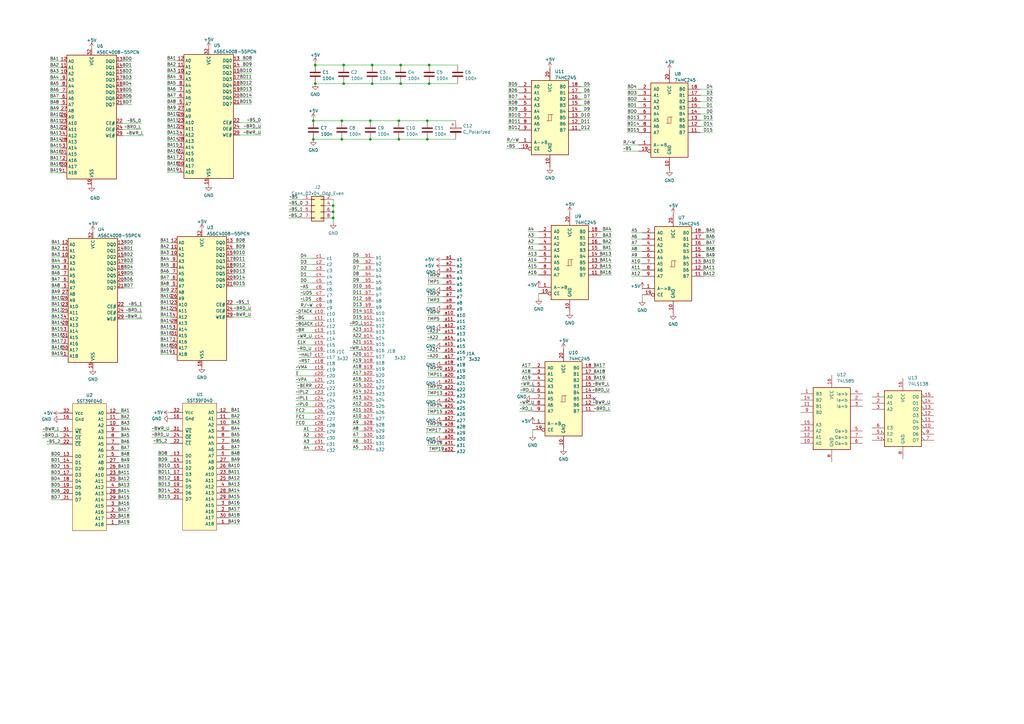
<source format=kicad_sch>
(kicad_sch (version 20211123) (generator eeschema)
  (paper "A3")
  (junction (at 151.892 57.15))
  (junction (at 128.524 49.53))
  (junction (at 164.338 34.29))
  (junction (at 140.208 49.53))
  (junction (at 176.022 34.29))
  (junction (at 140.97 34.29))
  (junction (at 163.576 49.53))
  (junction (at 140.208 57.15))
  (junction (at 136.652 86.868))
  (junction (at 163.576 57.15))
  (junction (at 129.286 26.67))
  (junction (at 128.524 57.15))
  (junction (at 176.022 26.67))
  (junction (at 151.892 49.53))
  (junction (at 152.654 34.29))
  (junction (at 164.338 26.67))
  (junction (at 175.26 57.15))
  (junction (at 140.97 26.67))
  (junction (at 136.652 84.328))
  (junction (at 129.286 34.29))
  (junction (at 175.26 49.53))
  (junction (at 136.652 89.408))
  (junction (at 152.654 26.67))
  (no_connect (at 243.84 163.576))
  (wire (pts (xy 121.285 174.498) (xy 128.27 174.498)))
  (wire (pts (xy 213.995 150.876) (xy 218.44 150.876)))
  (wire (pts (xy 72.898 42.672) (xy 68.453 42.672)))
  (wire (pts (xy 292.354 36.576) (xy 287.274 36.576)))
  (wire (pts (xy 70.104 130.048) (xy 65.659 130.048)))
  (wire (pts (xy 148.463 148.844) (xy 144.653 148.844)))
  (wire (pts (xy 48.768 177.038) (xy 53.213 177.038)))
  (wire (pts (xy 140.97 26.67) (xy 152.654 26.67)))
  (wire (pts (xy 175.26 167.386) (xy 181.61 167.386)))
  (wire (pts (xy 213.36 161.036) (xy 218.44 161.036)))
  (wire (pts (xy 213.106 166.116) (xy 218.44 166.116)))
  (wire (pts (xy 148.463 125.984) (xy 144.653 125.984)))
  (wire (pts (xy 98.298 24.892) (xy 103.378 24.892)))
  (wire (pts (xy 151.892 49.53) (xy 163.576 49.53)))
  (wire (pts (xy 72.898 29.972) (xy 68.453 29.972)))
  (wire (pts (xy 250.063 161.036) (xy 243.84 161.036)))
  (wire (pts (xy 69.85 186.944) (xy 64.77 186.944)))
  (wire (pts (xy 207.772 58.42) (xy 212.852 58.42)))
  (wire (pts (xy 95.504 104.648) (xy 100.584 104.648)))
  (wire (pts (xy 93.98 194.564) (xy 98.425 194.564)))
  (wire (pts (xy 50.292 53.086) (xy 57.912 53.086)))
  (wire (pts (xy 98.298 37.592) (xy 103.378 37.592)))
  (wire (pts (xy 175.26 129.286) (xy 181.61 129.286)))
  (wire (pts (xy 25.4 130.81) (xy 20.955 130.81)))
  (wire (pts (xy 243.84 155.956) (xy 248.285 155.956)))
  (wire (pts (xy 93.98 176.784) (xy 98.425 176.784)))
  (wire (pts (xy 292.354 41.656) (xy 287.274 41.656)))
  (wire (pts (xy 20.828 192.278) (xy 24.638 192.278)))
  (wire (pts (xy 148.463 131.064) (xy 144.653 131.064)))
  (wire (pts (xy 246.38 110.236) (xy 250.825 110.236)))
  (wire (pts (xy 72.898 57.912) (xy 68.453 57.912)))
  (wire (pts (xy 121.92 144.018) (xy 128.27 144.018)))
  (wire (pts (xy 246.38 100.076) (xy 250.825 100.076)))
  (wire (pts (xy 148.463 146.304) (xy 144.653 146.304)))
  (wire (pts (xy 175.895 185.166) (xy 181.61 185.166)))
  (wire (pts (xy 48.768 212.598) (xy 53.213 212.598)))
  (wire (pts (xy 175.26 154.686) (xy 181.61 154.686)))
  (wire (pts (xy 122.555 146.558) (xy 128.27 146.558)))
  (wire (pts (xy 288.798 95.504) (xy 293.243 95.504)))
  (wire (pts (xy 123.19 108.458) (xy 128.27 108.458)))
  (wire (pts (xy 48.768 194.818) (xy 53.213 194.818)))
  (wire (pts (xy 93.98 179.324) (xy 98.425 179.324)))
  (wire (pts (xy 20.828 202.438) (xy 24.638 202.438)))
  (wire (pts (xy 213.487 158.496) (xy 218.44 158.496)))
  (wire (pts (xy 121.285 161.798) (xy 128.27 161.798)))
  (wire (pts (xy 72.898 24.892) (xy 68.453 24.892)))
  (wire (pts (xy 25.4 120.65) (xy 20.955 120.65)))
  (wire (pts (xy 164.338 34.29) (xy 176.022 34.29)))
  (wire (pts (xy 123.19 110.998) (xy 128.27 110.998)))
  (wire (pts (xy 70.104 127.508) (xy 65.659 127.508)))
  (wire (pts (xy 121.285 151.638) (xy 128.27 151.638)))
  (wire (pts (xy 93.98 199.644) (xy 98.425 199.644)))
  (wire (pts (xy 70.104 117.348) (xy 65.659 117.348)))
  (wire (pts (xy 123.19 116.078) (xy 128.27 116.078)))
  (wire (pts (xy 24.892 32.766) (xy 20.447 32.766)))
  (wire (pts (xy 54.61 113.03) (xy 50.8 113.03)))
  (wire (pts (xy 48.768 215.138) (xy 53.213 215.138)))
  (wire (pts (xy 246.38 107.696) (xy 250.825 107.696)))
  (wire (pts (xy 129.286 26.67) (xy 140.97 26.67)))
  (wire (pts (xy 93.98 197.104) (xy 98.425 197.104)))
  (wire (pts (xy 50.8 128.27) (xy 58.42 128.27)))
  (wire (pts (xy 258.953 95.504) (xy 263.398 95.504)))
  (wire (pts (xy 118.618 81.788) (xy 123.952 81.788)))
  (wire (pts (xy 25.4 115.57) (xy 20.955 115.57)))
  (wire (pts (xy 148.463 138.684) (xy 144.653 138.684)))
  (wire (pts (xy 24.892 40.386) (xy 20.447 40.386)))
  (wire (pts (xy 98.298 40.132) (xy 103.378 40.132)))
  (wire (pts (xy 72.898 27.432) (xy 68.453 27.432)))
  (wire (pts (xy 292.354 39.116) (xy 287.274 39.116)))
  (wire (pts (xy 152.654 34.29) (xy 164.338 34.29)))
  (wire (pts (xy 216.535 97.536) (xy 220.98 97.536)))
  (wire (pts (xy 175.26 182.626) (xy 181.61 182.626)))
  (wire (pts (xy 136.652 86.868) (xy 136.652 84.328)))
  (wire (pts (xy 72.898 35.052) (xy 68.453 35.052)))
  (wire (pts (xy 257.302 44.196) (xy 261.874 44.196)))
  (wire (pts (xy 69.85 194.564) (xy 64.77 194.564)))
  (wire (pts (xy 93.98 181.864) (xy 98.425 181.864)))
  (wire (pts (xy 69.85 192.024) (xy 64.77 192.024)))
  (wire (pts (xy 213.106 168.656) (xy 218.44 168.656)))
  (wire (pts (xy 148.463 128.524) (xy 144.653 128.524)))
  (wire (pts (xy 121.285 164.338) (xy 128.27 164.338)))
  (wire (pts (xy 208.407 48.26) (xy 212.852 48.26)))
  (wire (pts (xy 212.852 40.64) (xy 208.407 40.64)))
  (wire (pts (xy 148.463 179.324) (xy 144.653 179.324)))
  (wire (pts (xy 148.463 105.664) (xy 144.653 105.664)))
  (wire (pts (xy 140.208 57.15) (xy 151.892 57.15)))
  (wire (pts (xy 20.828 189.738) (xy 24.638 189.738)))
  (wire (pts (xy 258.953 98.044) (xy 263.398 98.044)))
  (wire (pts (xy 257.302 39.116) (xy 261.874 39.116)))
  (wire (pts (xy 54.102 30.226) (xy 50.292 30.226)))
  (wire (pts (xy 175.26 144.526) (xy 181.61 144.526)))
  (wire (pts (xy 72.898 32.512) (xy 68.453 32.512)))
  (wire (pts (xy 176.022 34.29) (xy 187.706 34.29)))
  (wire (pts (xy 257.175 51.816) (xy 261.874 51.816)))
  (wire (pts (xy 98.298 55.372) (xy 107.188 55.372)))
  (wire (pts (xy 72.898 70.612) (xy 68.453 70.612)))
  (wire (pts (xy 174.625 177.546) (xy 181.61 177.546)))
  (wire (pts (xy 20.828 194.818) (xy 24.638 194.818)))
  (wire (pts (xy 258.953 105.664) (xy 263.398 105.664)))
  (wire (pts (xy 93.98 192.024) (xy 98.425 192.024)))
  (wire (pts (xy 258.953 110.744) (xy 263.398 110.744)))
  (wire (pts (xy 24.892 45.466) (xy 20.447 45.466)))
  (wire (pts (xy 121.92 159.258) (xy 128.27 159.258)))
  (wire (pts (xy 175.26 131.826) (xy 181.61 131.826)))
  (wire (pts (xy 50.292 55.626) (xy 58.928 55.626)))
  (wire (pts (xy 70.104 104.648) (xy 65.659 104.648)))
  (wire (pts (xy 148.463 164.084) (xy 144.653 164.084)))
  (wire (pts (xy 128.27 179.578) (xy 124.46 179.578)))
  (wire (pts (xy 72.898 45.212) (xy 68.453 45.212)))
  (wire (pts (xy 292.354 54.356) (xy 287.274 54.356)))
  (wire (pts (xy 148.463 159.004) (xy 144.653 159.004)))
  (wire (pts (xy 72.898 62.992) (xy 68.453 62.992)))
  (wire (pts (xy 70.104 124.968) (xy 65.659 124.968)))
  (wire (pts (xy 258.953 113.284) (xy 263.398 113.284)))
  (wire (pts (xy 93.98 209.804) (xy 98.425 209.804)))
  (wire (pts (xy 136.652 89.408) (xy 136.652 86.868)))
  (wire (pts (xy 242.062 40.64) (xy 238.252 40.64)))
  (wire (pts (xy 148.463 171.704) (xy 144.653 171.704)))
  (wire (pts (xy 98.298 35.052) (xy 103.378 35.052)))
  (wire (pts (xy 121.285 136.398) (xy 128.27 136.398)))
  (wire (pts (xy 70.104 109.728) (xy 65.659 109.728)))
  (wire (pts (xy 128.524 57.15) (xy 140.208 57.15)))
  (wire (pts (xy 128.27 177.038) (xy 124.46 177.038)))
  (wire (pts (xy 220.98 120.396) (xy 220.98 122.301)))
  (wire (pts (xy 48.768 202.438) (xy 53.213 202.438)))
  (wire (pts (xy 128.27 184.658) (xy 124.46 184.658)))
  (wire (pts (xy 246.38 94.996) (xy 250.825 94.996)))
  (wire (pts (xy 48.768 189.738) (xy 53.213 189.738)))
  (wire (pts (xy 98.298 29.972) (xy 103.378 29.972)))
  (wire (pts (xy 25.4 102.87) (xy 20.955 102.87)))
  (wire (pts (xy 121.285 133.858) (xy 128.27 133.858)))
  (wire (pts (xy 123.19 126.238) (xy 128.27 126.238)))
  (wire (pts (xy 70.104 142.748) (xy 65.659 142.748)))
  (wire (pts (xy 208.407 43.18) (xy 212.852 43.18)))
  (wire (pts (xy 208.407 50.8) (xy 212.852 50.8)))
  (wire (pts (xy 121.285 171.958) (xy 128.27 171.958)))
  (wire (pts (xy 148.463 166.624) (xy 144.653 166.624)))
  (wire (pts (xy 48.768 207.518) (xy 53.213 207.518)))
  (wire (pts (xy 257.302 46.736) (xy 261.874 46.736)))
  (wire (pts (xy 250.444 168.656) (xy 243.84 168.656)))
  (wire (pts (xy 24.892 65.786) (xy 20.447 65.786)))
  (wire (pts (xy 54.61 110.49) (xy 50.8 110.49)))
  (wire (pts (xy 242.062 53.34) (xy 238.252 53.34)))
  (wire (pts (xy 208.407 45.72) (xy 212.852 45.72)))
  (wire (pts (xy 48.768 182.118) (xy 53.213 182.118)))
  (wire (pts (xy 93.98 214.884) (xy 98.425 214.884)))
  (wire (pts (xy 25.4 138.43) (xy 20.955 138.43)))
  (wire (pts (xy 72.898 68.072) (xy 68.453 68.072)))
  (wire (pts (xy 175.26 121.666) (xy 181.61 121.666)))
  (wire (pts (xy 24.892 25.146) (xy 20.447 25.146)))
  (wire (pts (xy 93.98 184.404) (xy 98.425 184.404)))
  (wire (pts (xy 54.102 27.686) (xy 50.292 27.686)))
  (wire (pts (xy 216.535 105.156) (xy 220.98 105.156)))
  (wire (pts (xy 148.463 176.784) (xy 144.653 176.784)))
  (wire (pts (xy 148.463 115.824) (xy 144.653 115.824)))
  (wire (pts (xy 288.798 105.664) (xy 293.243 105.664)))
  (wire (pts (xy 98.298 32.512) (xy 103.378 32.512)))
  (wire (pts (xy 50.8 125.73) (xy 58.42 125.73)))
  (wire (pts (xy 17.399 179.578) (xy 24.638 179.578)))
  (wire (pts (xy 95.504 109.728) (xy 100.584 109.728)))
  (wire (pts (xy 216.535 112.776) (xy 220.98 112.776)))
  (wire (pts (xy 95.504 102.108) (xy 100.584 102.108)))
  (wire (pts (xy 292.354 44.196) (xy 287.274 44.196)))
  (wire (pts (xy 213.995 155.956) (xy 218.44 155.956)))
  (wire (pts (xy 54.61 118.11) (xy 50.8 118.11)))
  (wire (pts (xy 24.892 70.866) (xy 20.447 70.866)))
  (wire (pts (xy 242.062 38.1) (xy 238.252 38.1)))
  (wire (pts (xy 175.26 49.53) (xy 186.944 49.53)))
  (wire (pts (xy 288.798 113.284) (xy 293.243 113.284)))
  (wire (pts (xy 263.398 120.904) (xy 263.398 122.809)))
  (wire (pts (xy 128.524 49.53) (xy 140.208 49.53)))
  (wire (pts (xy 72.898 52.832) (xy 68.453 52.832)))
  (wire (pts (xy 25.4 110.49) (xy 20.955 110.49)))
  (wire (pts (xy 121.285 131.318) (xy 128.27 131.318)))
  (wire (pts (xy 122.555 149.098) (xy 128.27 149.098)))
  (wire (pts (xy 98.298 50.292) (xy 107.061 50.292)))
  (wire (pts (xy 93.98 169.164) (xy 98.425 169.164)))
  (wire (pts (xy 72.898 55.372) (xy 68.453 55.372)))
  (wire (pts (xy 69.85 197.104) (xy 64.77 197.104)))
  (wire (pts (xy 48.768 199.898) (xy 53.213 199.898)))
  (wire (pts (xy 20.828 199.898) (xy 24.638 199.898)))
  (wire (pts (xy 175.26 175.006) (xy 181.61 175.006)))
  (wire (pts (xy 257.175 49.276) (xy 261.874 49.276)))
  (wire (pts (xy 292.354 49.276) (xy 287.274 49.276)))
  (wire (pts (xy 143.383 143.764) (xy 148.463 143.764)))
  (wire (pts (xy 103.378 42.672) (xy 98.298 42.672)))
  (wire (pts (xy 54.102 35.306) (xy 50.292 35.306)))
  (wire (pts (xy 164.338 26.67) (xy 176.022 26.67)))
  (wire (pts (xy 70.104 137.668) (xy 65.659 137.668)))
  (wire (pts (xy 121.285 154.178) (xy 128.27 154.178)))
  (wire (pts (xy 257.175 54.356) (xy 261.874 54.356)))
  (wire (pts (xy 48.768 187.198) (xy 53.213 187.198)))
  (wire (pts (xy 148.463 136.144) (xy 144.653 136.144)))
  (wire (pts (xy 175.26 162.306) (xy 181.61 162.306)))
  (wire (pts (xy 20.828 197.358) (xy 24.638 197.358)))
  (wire (pts (xy 246.38 112.776) (xy 250.825 112.776)))
  (wire (pts (xy 24.892 42.926) (xy 20.447 42.926)))
  (wire (pts (xy 143.383 133.604) (xy 148.463 133.604)))
  (wire (pts (xy 25.4 146.05) (xy 20.955 146.05)))
  (wire (pts (xy 24.892 50.546) (xy 20.447 50.546)))
  (wire (pts (xy 216.535 102.616) (xy 220.98 102.616)))
  (wire (pts (xy 163.576 49.53) (xy 175.26 49.53)))
  (wire (pts (xy 72.898 50.292) (xy 68.453 50.292)))
  (wire (pts (xy 25.4 118.11) (xy 20.955 118.11)))
  (wire (pts (xy 148.463 156.464) (xy 144.653 156.464)))
  (wire (pts (xy 246.38 105.156) (xy 250.825 105.156)))
  (wire (pts (xy 212.852 38.1) (xy 208.407 38.1)))
  (wire (pts (xy 72.898 47.752) (xy 68.453 47.752)))
  (wire (pts (xy 93.98 186.944) (xy 98.425 186.944)))
  (wire (pts (xy 242.062 50.8) (xy 238.252 50.8)))
  (wire (pts (xy 175.26 124.206) (xy 181.61 124.206)))
  (wire (pts (xy 176.022 26.67) (xy 187.706 26.67)))
  (wire (pts (xy 93.98 189.484) (xy 98.425 189.484)))
  (wire (pts (xy 70.104 102.108) (xy 65.659 102.108)))
  (wire (pts (xy 69.85 176.784) (xy 62.23 176.784)))
  (wire (pts (xy 136.652 84.328) (xy 136.652 81.788)))
  (wire (pts (xy 128.524 49.022) (xy 128.524 49.53)))
  (wire (pts (xy 121.285 128.778) (xy 128.27 128.778)))
  (wire (pts (xy 123.19 118.618) (xy 128.27 118.618)))
  (wire (pts (xy 25.4 123.19) (xy 20.955 123.19)))
  (wire (pts (xy 24.892 30.226) (xy 20.447 30.226)))
  (wire (pts (xy 17.399 177.038) (xy 24.638 177.038)))
  (wire (pts (xy 24.892 68.326) (xy 20.447 68.326)))
  (wire (pts (xy 25.4 143.51) (xy 20.955 143.51)))
  (wire (pts (xy 250.444 166.116) (xy 243.84 166.116)))
  (wire (pts (xy 70.104 140.208) (xy 65.659 140.208)))
  (wire (pts (xy 93.98 212.344) (xy 98.425 212.344)))
  (wire (pts (xy 93.98 202.184) (xy 98.425 202.184)))
  (wire (pts (xy 95.504 107.188) (xy 100.584 107.188)))
  (wire (pts (xy 54.102 37.846) (xy 50.292 37.846)))
  (wire (pts (xy 148.463 151.384) (xy 144.653 151.384)))
  (wire (pts (xy 24.892 27.686) (xy 20.447 27.686)))
  (wire (pts (xy 48.768 210.058) (xy 53.213 210.058)))
  (wire (pts (xy 69.85 204.724) (xy 64.77 204.724)))
  (wire (pts (xy 54.102 32.766) (xy 50.292 32.766)))
  (wire (pts (xy 243.84 153.416) (xy 248.285 153.416)))
  (wire (pts (xy 20.828 187.198) (xy 24.638 187.198)))
  (wire (pts (xy 48.768 174.498) (xy 53.213 174.498)))
  (wire (pts (xy 25.4 135.89) (xy 20.955 135.89)))
  (wire (pts (xy 292.354 46.736) (xy 287.274 46.736)))
  (wire (pts (xy 148.463 113.284) (xy 144.653 113.284)))
  (wire (pts (xy 69.85 189.484) (xy 64.77 189.484)))
  (wire (pts (xy 48.768 204.978) (xy 53.213 204.978)))
  (wire (pts (xy 25.4 125.73) (xy 20.955 125.73)))
  (wire (pts (xy 148.463 123.444) (xy 144.653 123.444)))
  (wire (pts (xy 50.292 50.546) (xy 57.912 50.546)))
  (wire (pts (xy 129.286 26.162) (xy 129.286 26.67)))
  (wire (pts (xy 175.26 159.766) (xy 181.61 159.766)))
  (wire (pts (xy 288.798 98.044) (xy 293.243 98.044)))
  (wire (pts (xy 175.26 152.146) (xy 181.61 152.146)))
  (wire (pts (xy 121.285 166.878) (xy 128.27 166.878)))
  (wire (pts (xy 288.798 100.584) (xy 293.243 100.584)))
  (wire (pts (xy 54.102 25.146) (xy 50.292 25.146)))
  (wire (pts (xy 258.953 100.584) (xy 263.398 100.584)))
  (wire (pts (xy 93.98 171.704) (xy 98.425 171.704)))
  (wire (pts (xy 25.4 100.33) (xy 20.955 100.33)))
  (wire (pts (xy 288.798 108.204) (xy 293.243 108.204)))
  (wire (pts (xy 70.104 122.428) (xy 65.659 122.428)))
  (wire (pts (xy 288.798 110.744) (xy 293.243 110.744)))
  (wire (pts (xy 148.463 181.864) (xy 144.653 181.864)))
  (wire (pts (xy 163.576 57.15) (xy 175.26 57.15)))
  (wire (pts (xy 98.298 52.832) (xy 107.188 52.832)))
  (wire (pts (xy 19.05 182.118) (xy 24.638 182.118)))
  (wire (pts (xy 24.892 53.086) (xy 20.447 53.086)))
  (wire (pts (xy 148.463 184.404) (xy 144.653 184.404)))
  (wire (pts (xy 25.4 113.03) (xy 20.955 113.03)))
  (wire (pts (xy 50.8 130.81) (xy 58.42 130.81)))
  (wire (pts (xy 121.92 141.478) (xy 128.27 141.478)))
  (wire (pts (xy 54.102 40.386) (xy 50.292 40.386)))
  (wire (pts (xy 48.768 192.278) (xy 53.213 192.278)))
  (wire (pts (xy 148.463 169.164) (xy 144.653 169.164)))
  (wire (pts (xy 93.98 207.264) (xy 98.425 207.264)))
  (wire (pts (xy 121.92 138.938) (xy 128.27 138.938)))
  (wire (pts (xy 216.535 110.236) (xy 220.98 110.236)))
  (wire (pts (xy 70.104 99.568) (xy 65.659 99.568)))
  (wire (pts (xy 152.654 26.67) (xy 164.338 26.67)))
  (wire (pts (xy 140.208 49.53) (xy 151.892 49.53)))
  (wire (pts (xy 216.535 107.696) (xy 220.98 107.696)))
  (wire (pts (xy 25.4 107.95) (xy 20.955 107.95)))
  (wire (pts (xy 175.26 169.926) (xy 181.61 169.926)))
  (wire (pts (xy 118.491 86.868) (xy 123.952 86.868)))
  (wire (pts (xy 48.768 179.578) (xy 53.213 179.578)))
  (wire (pts (xy 24.892 58.166) (xy 20.447 58.166)))
  (wire (pts (xy 148.463 108.204) (xy 144.653 108.204)))
  (wire (pts (xy 121.285 169.418) (xy 128.27 169.418)))
  (wire (pts (xy 24.892 37.846) (xy 20.447 37.846)))
  (wire (pts (xy 70.104 135.128) (xy 65.659 135.128)))
  (wire (pts (xy 95.504 127.508) (xy 103.124 127.508)))
  (wire (pts (xy 25.4 140.97) (xy 20.955 140.97)))
  (wire (pts (xy 25.4 105.41) (xy 20.955 105.41)))
  (wire (pts (xy 216.535 100.076) (xy 220.98 100.076)))
  (wire (pts (xy 24.892 63.246) (xy 20.447 63.246)))
  (wire (pts (xy 25.4 128.27) (xy 20.955 128.27)))
  (wire (pts (xy 69.85 179.324) (xy 62.23 179.324)))
  (wire (pts (xy 136.652 91.186) (xy 136.652 89.408)))
  (wire (pts (xy 213.995 153.416) (xy 218.44 153.416)))
  (wire (pts (xy 69.85 199.644) (xy 64.77 199.644)))
  (wire (pts (xy 72.898 37.592) (xy 68.453 37.592)))
  (wire (pts (xy 255.524 61.976) (xy 261.874 61.976)))
  (wire (pts (xy 98.298 27.432) (xy 103.378 27.432)))
  (wire (pts (xy 70.104 119.888) (xy 65.659 119.888)))
  (wire (pts (xy 151.892 57.15) (xy 163.576 57.15)))
  (wire (pts (xy 118.364 89.408) (xy 123.952 89.408)))
  (wire (pts (xy 123.19 105.918) (xy 128.27 105.918)))
  (wire (pts (xy 246.38 102.616) (xy 250.825 102.616)))
  (wire (pts (xy 148.463 161.544) (xy 144.653 161.544)))
  (wire (pts (xy 70.104 132.588) (xy 65.659 132.588)))
  (wire (pts (xy 70.104 112.268) (xy 65.659 112.268)))
  (wire (pts (xy 148.463 174.244) (xy 144.653 174.244)))
  (wire (pts (xy 129.286 34.29) (xy 140.97 34.29)))
  (wire (pts (xy 250.063 158.496) (xy 243.84 158.496)))
  (wire (pts (xy 118.491 84.328) (xy 123.952 84.328)))
  (wire (pts (xy 128.27 182.118) (xy 124.46 182.118)))
  (wire (pts (xy 218.44 176.276) (xy 218.44 178.181)))
  (wire (pts (xy 292.354 51.816) (xy 287.274 51.816)))
  (wire (pts (xy 246.38 97.536) (xy 250.825 97.536)))
  (wire (pts (xy 72.898 65.532) (xy 68.453 65.532)))
  (wire (pts (xy 20.828 204.978) (xy 24.638 204.978)))
  (wire (pts (xy 93.98 174.244) (xy 98.425 174.244)))
  (wire (pts (xy 24.892 60.706) (xy 20.447 60.706)))
  (wire (pts (xy 258.953 103.124) (xy 263.398 103.124)))
  (wire (pts (xy 175.26 139.446) (xy 181.61 139.446)))
  (wire (pts (xy 255.524 59.436) (xy 261.874 59.436)))
  (wire (pts (xy 54.61 100.33) (xy 50.8 100.33)))
  (wire (pts (xy 242.062 48.26) (xy 238.252 48.26)))
  (wire (pts (xy 121.285 156.718) (xy 128.27 156.718)))
  (wire (pts (xy 175.26 114.046) (xy 181.61 114.046)))
  (wire (pts (xy 257.302 41.656) (xy 261.874 41.656)))
  (wire (pts (xy 48.768 171.958) (xy 53.213 171.958)))
  (wire (pts (xy 148.463 141.224) (xy 144.653 141.224)))
  (wire (pts (xy 54.61 107.95) (xy 50.8 107.95)))
  (wire (pts (xy 242.062 43.18) (xy 238.252 43.18)))
  (wire (pts (xy 69.85 181.864) (xy 62.865 181.864)))
  (wire (pts (xy 216.535 94.996) (xy 220.98 94.996)))
  (wire (pts (xy 257.302 36.576) (xy 261.874 36.576)))
  (wire (pts (xy 212.852 35.56) (xy 208.407 35.56)))
  (wire (pts (xy 242.062 35.56) (xy 238.252 35.56)))
  (wire (pts (xy 95.504 114.808) (xy 100.584 114.808)))
  (wire (pts (xy 148.463 110.744) (xy 144.653 110.744)))
  (wire (pts (xy 48.768 197.358) (xy 53.213 197.358)))
  (wire (pts (xy 175.26 116.586) (xy 181.61 116.586)))
  (wire (pts (xy 123.19 123.698) (xy 128.27 123.698)))
  (wire (pts (xy 258.953 108.204) (xy 263.398 108.204)))
  (wire (pts (xy 54.61 115.57) (xy 50.8 115.57)))
  (wire (pts (xy 54.61 102.87) (xy 50.8 102.87)))
  (wire (pts (xy 243.84 150.876) (xy 248.285 150.876)))
  (wire (pts (xy 95.504 112.268) (xy 100.584 112.268)))
  (wire (pts (xy 54.61 105.41) (xy 50.8 105.41)))
  (wire (pts (xy 24.892 55.626) (xy 20.447 55.626)))
  (wire (pts (xy 95.504 117.348) (xy 100.584 117.348)))
  (wire (pts (xy 48.768 169.418) (xy 53.213 169.418)))
  (wire (pts (xy 123.19 113.538) (xy 128.27 113.538)))
  (wire (pts (xy 69.85 202.184) (xy 64.77 202.184)))
  (wire (pts (xy 207.772 60.96) (xy 212.852 60.96)))
  (wire (pts (xy 95.504 99.568) (xy 100.584 99.568)))
  (wire (pts (xy 242.062 45.72) (xy 238.252 45.72)))
  (wire (pts (xy 288.798 103.124) (xy 293.243 103.124)))
  (wire (pts (xy 95.504 130.048) (xy 103.124 130.048)))
  (wire (pts (xy 148.463 118.364) (xy 144.653 118.364)))
  (wire (pts (xy 72.898 40.132) (xy 68.453 40.132)))
  (wire (pts (xy 70.104 107.188) (xy 65.659 107.188)))
  (wire (pts (xy 175.26 57.15) (xy 186.944 57.15)))
  (wire (pts (xy 175.26 147.066) (xy 181.61 147.066)))
  (wire (pts (xy 48.768 184.658) (xy 53.213 184.658)))
  (wire (pts (xy 148.463 120.904) (xy 144.653 120.904)))
  (wire (pts (xy 70.104 114.808) (xy 65.659 114.808)))
  (wire (pts (xy 123.19 121.158) (xy 128.27 121.158)))
  (wire (pts (xy 24.892 48.006) (xy 20.447 48.006)))
  (wire (pts (xy 54.102 42.926) (xy 50.292 42.926)))
  (wire (pts (xy 208.407 53.34) (xy 212.852 53.34)))
  (wire (pts (xy 93.98 204.724) (xy 98.425 204.724)))
  (wire (pts (xy 70.104 145.288) (xy 65.659 145.288)))
  (wire (pts (xy 148.463 153.924) (xy 144.653 153.924)))
  (wire (pts (xy 72.898 60.452) (xy 68.453 60.452)))
  (wire (pts (xy 25.4 133.35) (xy 20.955 133.35)))
  (wire (pts (xy 140.97 34.29) (xy 152.654 34.29)))
  (wire (pts (xy 175.26 136.906) (xy 181.61 136.906)))
  (wire (pts (xy 95.504 124.968) (xy 102.489 124.968)))
  (wire (pts (xy 24.892 35.306) (xy 20.447 35.306)))
  (label "A23" (at 144.653 136.144 0))
  (label "~LDS" (at 123.19 123.698 0))
  (label "~BS" (at 255.524 61.976 0))
  (label "BA10" (at 293.243 108.204 180))
  (label "D0" (at 123.19 116.078 0))
  (label "BA15" (at 65.659 135.128 0))
  (label "A11" (at 144.653 169.164 0))
  (label "TMP17" (at 174.625 177.546 0))
  (label "BD10" (at 103.378 29.972 180))
  (label "BD11" (at 64.77 194.564 0))
  (label "A9" (at 144.653 174.244 0))
  (label "BD13" (at 257.175 49.276 0))
  (label "D8" (at 144.653 113.284 0))
  (label "BD12" (at 208.407 53.34 0))
  (label "D9" (at 144.653 115.824 0))
  (label "BA19" (at 20.955 146.05 0))
  (label "A7" (at 144.653 179.324 0))
  (label "BA10" (at 98.425 192.024 180))
  (label "BA6" (at 20.955 113.03 0))
  (label "~BRD_L" (at 58.42 128.27 180))
  (label "A22" (at 144.653 138.684 0))
  (label "BA1" (at 250.825 102.616 180))
  (label "BA19" (at 20.447 70.866 0))
  (label "BA16" (at 250.825 112.776 180))
  (label "BA15" (at 20.447 60.706 0))
  (label "BD7" (at 20.828 204.978 0))
  (label "BA6" (at 20.447 37.846 0))
  (label "BA18" (at 248.285 153.416 180))
  (label "A2" (at 216.535 100.076 0))
  (label "~RD_L" (at 143.383 133.604 0))
  (label "~BWR_U" (at 103.124 130.048 180))
  (label "BA13" (at 53.213 199.898 180))
  (label "A17" (at 144.653 153.924 0))
  (label "BA5" (at 68.453 35.052 0))
  (label "R{slash}~W" (at 255.524 59.436 0))
  (label "A5" (at 144.653 184.404 0))
  (label "BA7" (at 68.453 40.132 0))
  (label "BA3" (at 20.955 105.41 0))
  (label "TMP14" (at 175.26 167.386 0))
  (label "A3" (at 124.46 182.118 0))
  (label "BA9" (at 53.213 189.738 180))
  (label "BA3" (at 20.447 30.226 0))
  (label "BA4" (at 98.425 176.784 180))
  (label "BA10" (at 20.955 123.19 0))
  (label "A21" (at 144.653 141.224 0))
  (label "BA13" (at 65.659 130.048 0))
  (label "BA14" (at 250.825 107.696 180))
  (label "~WR_L" (at 213.487 158.496 0))
  (label "BA19" (at 98.425 214.884 180))
  (label "BA13" (at 250.825 105.156 180))
  (label "A8" (at 258.953 103.124 0))
  (label "BD10" (at 100.584 104.648 180))
  (label "TMP0" (at 175.26 114.046 0))
  (label "BA19" (at 248.285 155.956 180))
  (label "BA17" (at 65.659 140.208 0))
  (label "BA18" (at 53.213 212.598 180))
  (label "~BS_0" (at 107.061 50.292 180))
  (label "~WR_U" (at 213.106 166.116 0))
  (label "BA3" (at 98.425 174.244 180))
  (label "BD1" (at 54.61 102.87 180))
  (label "TMP16" (at 175.26 175.006 0))
  (label "D6" (at 144.653 108.204 0))
  (label "BD0" (at 257.302 46.736 0))
  (label "CLK" (at 121.92 141.478 0))
  (label "BD15" (at 103.378 42.672 180))
  (label "BD4" (at 54.61 110.49 180))
  (label "BA13" (at 68.453 55.372 0))
  (label "BA18" (at 68.453 68.072 0))
  (label "~BWR_L" (at 250.063 158.496 180))
  (label "BD4" (at 20.828 197.358 0))
  (label "BA3" (at 65.659 104.648 0))
  (label "BD12" (at 103.378 35.052 180))
  (label "BA1" (at 68.453 24.892 0))
  (label "BA11" (at 20.955 125.73 0))
  (label "BD6" (at 208.407 38.1 0))
  (label "BD10" (at 64.77 192.024 0))
  (label "BD5" (at 20.828 199.898 0))
  (label "BA14" (at 20.447 58.166 0))
  (label "A10" (at 144.653 171.704 0))
  (label "BA8" (at 20.955 118.11 0))
  (label "BA1" (at 20.447 25.146 0))
  (label "D4" (at 123.19 105.918 0))
  (label "BA9" (at 20.955 120.65 0))
  (label "~BRD_U" (at 62.23 179.324 0))
  (label "A14" (at 216.535 107.696 0))
  (label "BD8" (at 64.77 186.944 0))
  (label "BA12" (at 65.659 127.508 0))
  (label "A19" (at 144.653 148.844 0))
  (label "BA17" (at 53.213 210.058 180))
  (label "FC2" (at 121.285 169.418 0))
  (label "A12" (at 144.653 166.624 0))
  (label "BA19" (at 65.659 145.288 0))
  (label "BD14" (at 100.584 114.808 180))
  (label "A5" (at 258.953 95.504 0))
  (label "BD5" (at 54.102 37.846 180))
  (label "BA5" (at 65.659 109.728 0))
  (label "BA12" (at 20.955 128.27 0))
  (label "~IPL0" (at 121.285 166.878 0))
  (label "BA11" (at 20.447 50.546 0))
  (label "D6" (at 242.062 38.1 180))
  (label "BD0" (at 20.828 187.198 0))
  (label "~BWR_U" (at 107.188 55.372 180))
  (label "BD11" (at 208.407 50.8 0))
  (label "BA18" (at 20.955 143.51 0))
  (label "D0" (at 292.354 46.736 180))
  (label "D12" (at 144.653 123.444 0))
  (label "BA2" (at 68.453 27.432 0))
  (label "BA7" (at 293.243 100.584 180))
  (label "D1" (at 123.19 113.538 0))
  (label "BA11" (at 65.659 124.968 0))
  (label "BA5" (at 20.955 110.49 0))
  (label "BD0" (at 54.61 100.33 180))
  (label "BA1" (at 20.955 100.33 0))
  (label "FC0" (at 121.285 174.498 0))
  (label "~BWR_L" (at 17.399 177.038 0))
  (label "BA18" (at 20.447 68.326 0))
  (label "BA16" (at 20.955 138.43 0))
  (label "BD14" (at 64.77 202.184 0))
  (label "A17" (at 213.995 150.876 0))
  (label "A1" (at 216.535 102.616 0))
  (label "TMP13" (at 175.26 162.306 0))
  (label "~BS_0" (at 118.491 84.328 0))
  (label "D12" (at 242.062 53.34 180))
  (label "BA3" (at 68.453 29.972 0))
  (label "D1" (at 292.354 44.196 180))
  (label "~VPA" (at 121.285 156.718 0))
  (label "BD3" (at 54.61 107.95 180))
  (label "FC1" (at 121.285 171.958 0))
  (label "BA17" (at 68.453 65.532 0))
  (label "BD14" (at 257.175 51.816 0))
  (label "TMP19" (at 175.895 185.166 0))
  (label "~BR" (at 121.285 136.398 0))
  (label "BD9" (at 100.584 102.108 180))
  (label "D10" (at 242.062 48.26 180))
  (label "BA5" (at 20.447 35.306 0))
  (label "BA12" (at 293.243 113.284 180))
  (label "BD13" (at 100.584 112.268 180))
  (label "R{slash}~W" (at 123.19 126.238 0))
  (label "BA4" (at 65.659 107.188 0))
  (label "A20" (at 144.653 146.304 0))
  (label "BA4" (at 20.955 107.95 0))
  (label "BD9" (at 64.77 189.484 0))
  (label "A15" (at 216.535 110.236 0))
  (label "BA7" (at 98.425 184.404 180))
  (label "D5" (at 144.653 105.664 0))
  (label "A18" (at 144.653 151.384 0))
  (label "BA4" (at 250.825 94.996 180))
  (label "BA7" (at 20.955 115.57 0))
  (label "BA14" (at 65.659 132.588 0))
  (label "D13" (at 292.354 49.276 180))
  (label "BA12" (at 68.453 52.832 0))
  (label "A1" (at 124.46 177.038 0))
  (label "A16" (at 216.535 112.776 0))
  (label "~BRD_L" (at 17.399 179.578 0))
  (label "BA9" (at 98.425 189.484 180))
  (label "~BS_0" (at 57.912 50.546 180))
  (label "~BRD_U" (at 107.188 52.832 180))
  (label "BD5" (at 54.61 113.03 180))
  (label "A4" (at 216.535 94.996 0))
  (label "BD7" (at 54.61 118.11 180))
  (label "~BGACK" (at 121.285 133.858 0))
  (label "BA14" (at 98.425 202.184 180))
  (label "~BRD_L" (at 57.912 53.086 180))
  (label "A6" (at 144.653 181.864 0))
  (label "BD6" (at 20.828 202.438 0))
  (label "~BS_2" (at 118.364 89.408 0))
  (label "R{slash}~W" (at 207.772 58.42 0))
  (label "BA10" (at 65.659 122.428 0))
  (label "BD0" (at 54.102 25.146 180))
  (label "BD10" (at 208.407 48.26 0))
  (label "BA9" (at 293.243 105.664 180))
  (label "BD2" (at 20.828 192.278 0))
  (label "BD4" (at 54.102 35.306 180))
  (label "BD4" (at 257.302 36.576 0))
  (label "BD3" (at 54.102 32.766 180))
  (label "BA17" (at 20.955 140.97 0))
  (label "D14" (at 292.354 51.816 180))
  (label "A4" (at 124.46 184.658 0))
  (label "D3" (at 123.19 108.458 0))
  (label "~BWR_U" (at 250.444 166.116 180))
  (label "BA16" (at 53.213 207.518 180))
  (label "D10" (at 144.653 118.364 0))
  (label "BA6" (at 53.213 182.118 180))
  (label "BD12" (at 100.584 109.728 180))
  (label "~BS" (at 207.772 60.96 0))
  (label "BA14" (at 20.955 133.35 0))
  (label "D14" (at 144.653 128.524 0))
  (label "A9" (at 258.953 105.664 0))
  (label "BA15" (at 53.213 204.978 180))
  (label "A15" (at 144.653 159.004 0))
  (label "BD8" (at 103.378 24.892 180))
  (label "BA6" (at 65.659 112.268 0))
  (label "A14" (at 144.653 161.544 0))
  (label "~A20" (at 175.26 147.066 0))
  (label "BA7" (at 65.659 114.808 0))
  (label "~VMA" (at 121.285 151.638 0))
  (label "~BG" (at 121.285 131.318 0))
  (label "BD15" (at 64.77 204.724 0))
  (label "TMP1" (at 175.26 116.586 0))
  (label "D13" (at 144.653 125.984 0))
  (label "~A23" (at 175.26 136.906 0))
  (label "BA11" (at 98.425 194.564 180))
  (label "BA7" (at 53.213 184.658 180))
  (label "~BERR" (at 121.92 159.258 0))
  (label "BA11" (at 68.453 50.292 0))
  (label "BA10" (at 20.447 48.006 0))
  (label "BD14" (at 103.378 40.132 180))
  (label "A8" (at 144.653 176.784 0))
  (label "BD5" (at 208.407 35.56 0))
  (label "BA5" (at 98.425 179.324 180))
  (label "BD9" (at 208.407 45.72 0))
  (label "~DTACK" (at 121.285 128.778 0))
  (label "~BRD_L" (at 250.444 168.656 180))
  (label "BA9" (at 68.453 45.212 0))
  (label "~BS_1" (at 118.491 86.868 0))
  (label "BA18" (at 98.425 212.344 180))
  (label "BA5" (at 293.243 95.504 180))
  (label "D15" (at 292.354 54.356 180))
  (label "BA2" (at 98.425 171.704 180))
  (label "BA14" (at 53.213 202.438 180))
  (label "BA5" (at 53.213 179.578 180))
  (label "D15" (at 144.653 131.064 0))
  (label "BA6" (at 293.243 98.044 180))
  (label "BA16" (at 65.659 137.668 0))
  (label "BD6" (at 54.102 40.386 180))
  (label "BA8" (at 98.425 186.944 180))
  (label "~BWR_L" (at 58.42 130.81 180))
  (label "BD11" (at 103.378 32.512 180))
  (label "~BS_2" (at 62.865 181.864 0))
  (label "BD2" (at 54.102 30.226 180))
  (label "~UDS" (at 123.19 121.158 0))
  (label "BA2" (at 20.955 102.87 0))
  (label "TMP15" (at 175.26 169.926 0))
  (label "TMP11" (at 175.26 154.686 0))
  (label "BA12" (at 20.447 53.086 0))
  (label "BA1" (at 65.659 99.568 0))
  (label "BA15" (at 250.825 110.236 180))
  (label "BA1" (at 53.213 169.418 180))
  (label "D2" (at 123.19 110.998 0))
  (label "D11" (at 144.653 120.904 0))
  (label "~BWR_L" (at 58.928 55.626 180))
  (label "A3" (at 216.535 97.536 0))
  (label "A7" (at 258.953 100.584 0))
  (label "BA7" (at 20.447 40.386 0))
  (label "BD12" (at 64.77 197.104 0))
  (label "BA2" (at 65.659 102.108 0))
  (label "BA10" (at 68.453 47.752 0))
  (label "BD8" (at 100.584 99.568 180))
  (label "BD1" (at 54.102 27.686 180))
  (label "~AS" (at 123.19 118.618 0))
  (label "D8" (at 242.062 43.18 180))
  (label "BA12" (at 98.425 197.104 180))
  (label "A2" (at 124.46 179.578 0))
  (label "TMP5" (at 175.26 131.826 0))
  (label "~RD_U" (at 213.36 161.036 0))
  (label "~BS" (at 118.618 81.788 0))
  (label "BA19" (at 53.213 215.138 180))
  (label "BA11" (at 293.243 110.744 180))
  (label "BA4" (at 68.453 32.512 0))
  (label "BA16" (at 68.453 62.992 0))
  (label "~BS_2" (at 19.05 182.118 0))
  (label "BD2" (at 54.61 105.41 180))
  (label "BD3" (at 20.828 194.818 0))
  (label "D3" (at 292.354 39.116 180))
  (label "BA4" (at 20.447 32.766 0))
  (label "~A21" (at 175.26 144.526 0))
  (label "BA8" (at 20.447 42.926 0))
  (label "BD3" (at 257.302 39.116 0))
  (label "D2" (at 292.354 41.656 180))
  (label "A10" (at 258.953 108.204 0))
  (label "~RD_U" (at 121.92 144.018 0))
  (label "A11" (at 258.953 110.744 0))
  (label "~BRD_U" (at 103.124 127.508 180))
  (label "BD1" (at 257.302 44.196 0))
  (label "~IPL1" (at 121.285 164.338 0))
  (label "BA3" (at 53.213 174.498 180))
  (label "BA2" (at 20.447 27.686 0))
  (label "~IPL2" (at 121.285 161.798 0))
  (label "BA15" (at 20.955 135.89 0))
  (label "D9" (at 242.062 45.72 180))
  (label "BA8" (at 65.659 117.348 0))
  (label "BD13" (at 64.77 199.644 0))
  (label "BA9" (at 20.447 45.466 0))
  (label "BA2" (at 53.213 171.958 180))
  (label "BD7" (at 54.102 42.926 180))
  (label "BA13" (at 20.955 130.81 0))
  (label "BA4" (at 53.213 177.038 180))
  (label "BA13" (at 20.447 55.626 0))
  (label "BA19" (at 68.453 70.612 0))
  (label "A6" (at 258.953 98.044 0))
  (label "BD13" (at 103.378 37.592 180))
  (label "D7" (at 242.062 40.64 180))
  (label "BA10" (at 53.213 192.278 180))
  (label "~WR_L" (at 143.383 143.764 0))
  (label "BA11" (at 53.213 194.818 180))
  (label "A12" (at 258.953 113.284 0))
  (label "BA2" (at 250.825 100.076 180))
  (label "TMP3" (at 175.26 124.206 0))
  (label "BD9" (at 103.378 27.432 180))
  (label "BA8" (at 293.243 103.124 180))
  (label "BA8" (at 68.453 42.672 0))
  (label "D5" (at 242.062 35.56 180))
  (label "BA6" (at 98.425 181.864 180))
  (label "TMP10" (at 175.26 152.146 0))
  (label "~WR_U" (at 121.92 138.938 0))
  (label "A19" (at 213.995 155.956 0))
  (label "BA17" (at 98.425 209.804 180))
  (label "~A22" (at 175.26 139.446 0))
  (label "BD15" (at 100.584 117.348 180))
  (label "BD6" (at 54.61 115.57 180))
  (label "TMP12" (at 175.26 159.766 0))
  (label "BA14" (at 68.453 57.912 0))
  (label "BA17" (at 20.447 65.786 0))
  (label "~BS_1" (at 102.489 124.968 180))
  (label "~BS_1" (at 58.42 125.73 180))
  (label "D7" (at 144.653 110.744 0))
  (label "BA17" (at 248.285 150.876 180))
  (label "BA1" (at 98.425 169.164 180))
  (label "TMP18" (at 175.26 182.626 0))
  (label "BA16" (at 20.447 63.246 0))
  (label "E" (at 121.285 154.178 0))
  (label "~RST" (at 122.555 149.098 0))
  (label "~BWR_U" (at 62.23 176.784 0))
  (label "BA18" (at 65.659 142.748 0))
  (label "BA9" (at 65.659 119.888 0))
  (label "BA13" (at 98.425 199.644 180))
  (label "BA8" (at 53.213 187.198 180))
  (label "BD15" (at 257.175 54.356 0))
  (label "BA15" (at 68.453 60.452 0))
  (label "BD7" (at 208.407 40.64 0))
  (label "BA12" (at 53.213 197.358 180))
  (label "A13" (at 144.653 164.084 0))
  (label "~RD_L" (at 213.106 168.656 0))
  (label "D11" (at 242.062 50.8 180))
  (label "A18" (at 213.995 153.416 0))
  (label "~HALT" (at 122.555 146.558 0))
  (label "A13" (at 216.535 105.156 0))
  (label "D4" (at 292.354 36.576 180))
  (label "BD1" (at 20.828 189.738 0))
  (label "BA16" (at 98.425 207.264 180))
  (label "TMP4" (at 175.26 129.286 0))
  (label "BD11" (at 100.584 107.188 180))
  (label "BD2" (at 257.302 41.656 0))
  (label "BD8" (at 208.407 43.18 0))
  (label "TMP2" (at 175.26 121.666 0))
  (label "BA15" (at 98.425 204.724 180))
  (label "BA3" (at 250.825 97.536 180))
  (label "~BRD_U" (at 250.063 161.036 180))
  (label "BA6" (at 68.453 37.592 0))
  (label "A16" (at 144.653 156.464 0))
  (symbol (lib_id "Device:C") (at 176.022 30.48 0) (unit 1)
    (property "Reference" "C5" (at 178.943 29.6453 0) (effects (justify left)))
    (property "Value" "100n" (at 178.943 32.1822 0) (effects (justify left)))
    (property "Footprint" "Footpp:DIP-2_200_ELL" (effects hide))
  )
  (symbol (lib_id "power:GND") (at 69.85 171.704 270) (unit 1)
    (property "Reference" "#PWR0138" (effects hide))
    (property "Value" "GND" (at 62.23 171.704 90) (effects (justify left)))
  )
  (symbol (lib_id "power:GND") (at 218.44 178.181 0) (unit 1)
    (property "Reference" "#PWR0122" (effects hide))
    (property "Value" "GND" (at 218.44 182.6244 0))
  )
  (symbol (lib_id "power:GND") (at 181.61 141.986 270) (unit 1)
    (property "Reference" "#PWR0116" (effects hide))
    (property "Value" "GND" (at 174.625 141.986 90) (effects (justify left)))
  )
  (symbol (lib_id "power:+5V") (at 218.44 173.736 0) (mirror y) (unit 1)
    (property "Reference" "#PWR0145" (effects hide))
    (property "Value" "+5V" (at 213.614 172.72 0) (effects (justify right)))
  )
  (symbol (lib_id "Device:C_Polarized") (at 186.944 53.34 0) (unit 1)
    (property "Reference" "C12" (at 189.865 51.6163 0) (effects (justify left)))
    (property "Value" "C_Polarized" (at 189.865 54.1532 0) (effects (justify left)))
    (property "Footprint" "Capacitor_THT:CP_Radial_D4.0mm_P1.50mm" (effects hide))
  )
  (symbol (lib_id "power:GND") (at 181.61 172.466 270) (unit 1)
    (property "Reference" "#PWR0106" (effects hide))
    (property "Value" "GND" (at 174.625 172.466 90) (effects (justify left)))
  )
  (symbol (lib_id "Memory_RAM:AS6C4008-55PCN") (at 82.804 122.428 0) (unit 1)
    (property "Reference" "U3" (at 84.8234 93.3282 0) (effects (justify left)))
    (property "Value" "AS6C4008-55PCN" (at 84.8234 95.8651 0) (effects (justify left)))
    (property "Footprint" "Footpp:DIP-32_600_ELL" (effects hide))
    (property "Datasheet" "https://www.alliancememory.com/wp-content/uploads/pdf/AS6C4008.pdf" (effects hide))
  )
  (symbol (lib_id "74xx:74HC245") (at 274.574 49.276 0) (unit 1)
    (property "Reference" "U8" (at 276.5934 30.3362 0) (effects (justify left)))
    (property "Value" "74HC245" (at 276.5934 32.8731 0) (effects (justify left)))
    (property "Footprint" "Footpp:DIP-20" (effects hide))
    (property "Datasheet" "http://www.ti.com/lit/gpn/sn74HC245" (effects hide))
  )
  (symbol (lib_id "Memory_RAM:AS6C4008-55PCN") (at 85.598 47.752 0) (unit 1)
    (property "Reference" "U5" (at 87.6174 18.6522 0) (effects (justify left)))
    (property "Value" "AS6C4008-55PCN" (at 87.6174 21.1891 0) (effects (justify left)))
    (property "Footprint" "Footpp:DIP-32_600_ELL" (effects hide))
    (property "Datasheet" "https://www.alliancememory.com/wp-content/uploads/pdf/AS6C4008.pdf" (effects hide))
  )
  (symbol (lib_id "power:GND") (at 218.44 163.576 270) (unit 1)
    (property "Reference" "#PWR0124" (effects hide))
    (property "Value" "GND" (at 211.963 162.687 90) (effects (justify left)))
  )
  (symbol (lib_id "power:GND") (at 181.61 164.846 270) (unit 1)
    (property "Reference" "#PWR0109" (effects hide))
    (property "Value" "GND" (at 174.625 164.846 90) (effects (justify left)))
  )
  (symbol (lib_id "power:+5V") (at 225.552 27.94 0) (unit 1)
    (property "Reference" "#PWR0118" (effects hide))
    (property "Value" "+5V" (at 225.552 24.3642 0))
  )
  (symbol (lib_id "lib2:3x32") (at 128.27 100.838 0) (unit 3)
    (property "Reference" "J1" (at 137.795 144.272 0) (effects (justify left)))
    (property "Value" "3x32" (at 138.049 147.066 0) (effects (justify left)))
    (property "Footprint" "Connector_DIN:DIN41612_R_3x32_Male_Horizontal_THT" (effects hide))
  )
  (symbol (lib_id "Device:C") (at 164.338 30.48 0) (unit 1)
    (property "Reference" "C4" (at 167.259 29.6453 0) (effects (justify left)))
    (property "Value" "100n" (at 167.259 32.1822 0) (effects (justify left)))
    (property "Footprint" "Footpp:DIP-2_200_ELL" (effects hide))
  )
  (symbol (lib_id "lib2:3x32") (at 184.15 102.616 0) (unit 1)
    (property "Reference" "J1" (at 191.135 145.034 0) (effects (justify left)))
    (property "Value" "3x32" (at 192.151 147.32 0) (effects (justify left)))
    (property "Footprint" "Connector_DIN:DIN41612_R_3x32_Male_Horizontal_THT" (effects hide))
  )
  (symbol (lib_id "lib2:SST39F040") (at 81.28 162.814 0) (unit 1)
    (property "Reference" "U1" (at 81.915 161.7812 0))
    (property "Value" "SST39F040" (at 81.915 164.3181 0))
    (property "Footprint" "Footpp:DIP-32_600_ELL" (effects hide))
  )
  (symbol (lib_id "Memory_RAM:AS6C4008-55PCN") (at 37.592 48.006 0) (unit 1)
    (property "Reference" "U6" (at 39.6114 18.9062 0) (effects (justify left)))
    (property "Value" "AS6C4008-55PCN" (at 39.6114 21.4431 0) (effects (justify left)))
    (property "Footprint" "Footpp:DIP-32_600_ELL" (effects hide))
    (property "Datasheet" "https://www.alliancememory.com/wp-content/uploads/pdf/AS6C4008.pdf" (effects hide))
  )
  (symbol (lib_id "power:+5V") (at 181.61 108.966 90) (unit 1)
    (property "Reference" "#PWR0111" (effects hide))
    (property "Value" "+5V" (at 173.99 108.966 90) (effects (justify right)))
  )
  (symbol (lib_id "74xx:74HC245") (at 231.14 163.576 0) (unit 1)
    (property "Reference" "U10" (at 233.1594 144.6362 0) (effects (justify left)))
    (property "Value" "74HC245" (at 233.1594 147.1731 0) (effects (justify left)))
    (property "Footprint" "Footpp:DIP-20" (effects hide))
    (property "Datasheet" "http://www.ti.com/lit/gpn/sn74HC245" (effects hide))
  )
  (symbol (lib_id "Device:C") (at 129.286 30.48 0) (unit 1)
    (property "Reference" "C1" (at 132.207 29.6453 0) (effects (justify left)))
    (property "Value" "100n" (at 132.207 32.1822 0) (effects (justify left)))
    (property "Footprint" "Footpp:DIP-2_200_ELL" (effects hide))
  )
  (symbol (lib_id "74xx:74LS138") (at 370.332 170.434 0) (unit 1)
    (property "Reference" "U13" (at 372.3514 154.94 0) (effects (justify left)))
    (property "Value" "74LS138" (at 372.3514 157.48 0) (effects (justify left)))
    (property "Footprint" "Footpp:DIP-16" (effects hide))
    (property "Datasheet" "http://www.ti.com/lit/gpn/sn74LS138" (effects hide))
  )
  (symbol (lib_id "power:GND") (at 233.68 128.016 0) (unit 1)
    (property "Reference" "#PWR0128" (effects hide))
    (property "Value" "GND" (at 233.68 132.4594 0))
  )
  (symbol (lib_id "power:GND") (at 37.592 75.946 0) (unit 1)
    (property "Reference" "#PWR0134" (effects hide))
    (property "Value" "GND" (at 38.989 81.28 0))
  )
  (symbol (lib_id "power:+5V") (at 276.098 87.884 0) (unit 1)
    (property "Reference" "#PWR0131" (effects hide))
    (property "Value" "+5V" (at 276.098 84.3082 0))
  )
  (symbol (lib_id "power:GND") (at 128.524 57.15 0) (unit 1)
    (property "Reference" "#PWR0105" (effects hide))
    (property "Value" "GND" (at 128.524 61.5934 0))
  )
  (symbol (lib_id "power:+5V") (at 129.286 26.162 0) (unit 1)
    (property "Reference" "#PWR0103" (effects hide))
    (property "Value" "+5V" (at 129.286 22.5862 0))
  )
  (symbol (lib_id "Memory_RAM:AS6C4008-55PCN") (at 38.1 123.19 0) (unit 1)
    (property "Reference" "U4" (at 40.1194 94.0902 0) (effects (justify left)))
    (property "Value" "AS6C4008-55PCN" (at 40.1194 96.6271 0) (effects (justify left)))
    (property "Footprint" "Footpp:DIP-32_600_ELL" (effects hide))
    (property "Datasheet" "https://www.alliancememory.com/wp-content/uploads/pdf/AS6C4008.pdf" (effects hide))
  )
  (symbol (lib_id "power:+5V") (at 85.598 19.812 0) (unit 1)
    (property "Reference" "#PWR0132" (effects hide))
    (property "Value" "+5V" (at 85.598 16.2362 0))
  )
  (symbol (lib_id "power:GND") (at 225.552 68.58 0) (unit 1)
    (property "Reference" "#PWR0119" (effects hide))
    (property "Value" "GND" (at 225.552 73.0234 0))
  )
  (symbol (lib_id "power:GND") (at 24.638 171.958 270) (unit 1)
    (property "Reference" "#PWR0140" (effects hide))
    (property "Value" "GND" (at 17.018 171.958 90) (effects (justify left)))
  )
  (symbol (lib_id "power:+5V") (at 231.14 143.256 0) (unit 1)
    (property "Reference" "#PWR0121" (effects hide))
    (property "Value" "+5V" (at 231.14 139.6802 0))
  )
  (symbol (lib_id "power:+5V") (at 38.1 95.25 0) (unit 1)
    (property "Reference" "#PWR0135" (effects hide))
    (property "Value" "+5V" (at 38.1 91.6742 0))
  )
  (symbol (lib_id "power:GND") (at 181.61 149.606 270) (unit 1)
    (property "Reference" "#PWR0108" (effects hide))
    (property "Value" "GND" (at 174.625 149.606 90) (effects (justify left)))
  )
  (symbol (lib_id "power:+5V") (at 24.638 169.418 90) (unit 1)
    (property "Reference" "#PWR0141" (effects hide))
    (property "Value" "+5V" (at 17.653 169.418 90) (effects (justify right)))
  )
  (symbol (lib_id "power:GND") (at 181.61 134.366 270) (unit 1)
    (property "Reference" "#PWR0115" (effects hide))
    (property "Value" "GND" (at 174.625 134.366 90) (effects (justify left)))
  )
  (symbol (lib_id "Device:C") (at 152.654 30.48 0) (unit 1)
    (property "Reference" "C3" (at 155.575 29.6453 0) (effects (justify left)))
    (property "Value" "100n" (at 155.575 32.1822 0) (effects (justify left)))
    (property "Footprint" "Footpp:DIP-2_200_ELL" (effects hide))
  )
  (symbol (lib_id "power:GND") (at 276.098 128.524 0) (unit 1)
    (property "Reference" "#PWR0129" (effects hide))
    (property "Value" "GND" (at 276.098 132.9674 0))
  )
  (symbol (lib_id "power:GND") (at 274.574 69.596 0) (unit 1)
    (property "Reference" "#PWR0125" (effects hide))
    (property "Value" "GND" (at 274.574 74.0394 0))
  )
  (symbol (lib_id "power:GND") (at 220.98 122.301 0) (unit 1)
    (property "Reference" "#PWR0127" (effects hide))
    (property "Value" "GND" (at 220.98 126.7444 0))
  )
  (symbol (lib_id "Device:C") (at 140.97 30.48 0) (unit 1)
    (property "Reference" "C2" (at 143.891 29.6453 0) (effects (justify left)))
    (property "Value" "100n" (at 143.891 32.1822 0) (effects (justify left)))
    (property "Footprint" "Footpp:DIP-2_200_ELL" (effects hide))
  )
  (symbol (lib_id "power:GND") (at 181.61 157.226 270) (unit 1)
    (property "Reference" "#PWR0110" (effects hide))
    (property "Value" "GND" (at 174.625 157.226 90) (effects (justify left)))
  )
  (symbol (lib_id "power:+5V") (at 82.804 94.488 0) (unit 1)
    (property "Reference" "#PWR0137" (effects hide))
    (property "Value" "+5V" (at 82.804 90.9122 0))
  )
  (symbol (lib_id "power:GND") (at 129.286 34.29 0) (unit 1)
    (property "Reference" "#PWR0101" (effects hide))
    (property "Value" "GND" (at 129.286 38.7334 0))
  )
  (symbol (lib_id "power:GND") (at 181.61 119.126 270) (unit 1)
    (property "Reference" "#PWR0114" (effects hide))
    (property "Value" "GND" (at 174.625 119.126 90) (effects (justify left)))
  )
  (symbol (lib_id "Device:C") (at 163.576 53.34 0) (unit 1)
    (property "Reference" "C10" (at 166.497 52.5053 0) (effects (justify left)))
    (property "Value" "100n" (at 166.497 55.0422 0) (effects (justify left)))
    (property "Footprint" "Footpp:DIP-2_200_ELL" (effects hide))
  )
  (symbol (lib_id "power:GND") (at 85.598 75.692 0) (unit 1)
    (property "Reference" "#PWR0142" (effects hide))
    (property "Value" "GND" (at 85.598 80.1354 0))
  )
  (symbol (lib_id "power:+5V") (at 128.524 49.022 0) (unit 1)
    (property "Reference" "#PWR0102" (effects hide))
    (property "Value" "+5V" (at 128.524 45.4462 0))
  )
  (symbol (lib_id "power:GND") (at 82.804 150.368 0) (unit 1)
    (property "Reference" "#PWR0143" (effects hide))
    (property "Value" "GND" (at 82.804 154.8114 0))
  )
  (symbol (lib_id "Device:C") (at 151.892 53.34 0) (unit 1)
    (property "Reference" "C9" (at 154.813 52.5053 0) (effects (justify left)))
    (property "Value" "100n" (at 154.813 55.0422 0) (effects (justify left)))
    (property "Footprint" "Footpp:DIP-2_200_ELL" (effects hide))
  )
  (symbol (lib_id "power:+5V") (at 69.85 169.164 90) (unit 1)
    (property "Reference" "#PWR0139" (effects hide))
    (property "Value" "+5V" (at 62.865 169.164 90) (effects (justify right)))
  )
  (symbol (lib_id "power:+5V") (at 220.98 117.856 0) (mirror y) (unit 1)
    (property "Reference" "#PWR0144" (effects hide))
    (property "Value" "+5V" (at 216.154 116.84 0) (effects (justify right)))
  )
  (symbol (lib_id "power:+5V") (at 263.398 118.364 0) (mirror y) (unit 1)
    (property "Reference" "#PWR0146" (effects hide))
    (property "Value" "+5V" (at 258.572 117.348 0) (effects (justify right)))
  )
  (symbol (lib_id "power:GND") (at 181.61 111.506 270) (unit 1)
    (property "Reference" "#PWR0112" (effects hide))
    (property "Value" "GND" (at 174.625 111.506 90) (effects (justify left)))
  )
  (symbol (lib_id "Device:C") (at 187.706 30.48 0) (unit 1)
    (property "Reference" "C6" (at 190.627 29.6453 0) (effects (justify left)))
    (property "Value" "100n" (at 190.627 32.1822 0) (effects (justify left)))
    (property "Footprint" "Footpp:DIP-2_200_ELL" (effects hide))
  )
  (symbol (lib_id "Connector_Generic:Conn_02x04_Odd_Even") (at 129.032 84.328 0) (unit 1)
    (property "Reference" "J2" (at 130.302 76.8182 0))
    (property "Value" "Conn_02x04_Odd_Even" (at 130.302 79.3551 0))
    (property "Footprint" "Connector_PinHeader_2.54mm:PinHeader_2x04_P2.54mm_Vertical" (effects hide))
  )
  (symbol (lib_id "power:GND") (at 38.1 151.13 0) (unit 1)
    (property "Reference" "#PWR0136" (effects hide))
    (property "Value" "GND" (at 38.1 155.5734 0))
  )
  (symbol (lib_id "74xx:74HC245") (at 225.552 48.26 0) (unit 1)
    (property "Reference" "U11" (at 227.5714 29.3202 0) (effects (justify left)))
    (property "Value" "74HC245" (at 227.5714 31.8571 0) (effects (justify left)))
    (property "Footprint" "Footpp:DIP-20" (effects hide))
    (property "Datasheet" "http://www.ti.com/lit/gpn/sn74HC245" (effects hide))
  )
  (symbol (lib_id "lib2:3x32") (at 151.003 101.854 0) (unit 2)
    (property "Reference" "J1" (at 158.623 144.018 0) (effects (justify left)))
    (property "Value" "3x32" (at 161.671 146.812 0) (effects (justify left)))
    (property "Footprint" "Connector_DIN:DIN41612_R_3x32_Male_Horizontal_THT" (effects hide))
  )
  (symbol (lib_id "power:GND") (at 263.398 122.809 0) (unit 1)
    (property "Reference" "#PWR0130" (effects hide))
    (property "Value" "GND" (at 263.398 127.2524 0))
  )
  (symbol (lib_id "Device:C") (at 128.524 53.34 0) (unit 1)
    (property "Reference" "C7" (at 131.445 52.5053 0) (effects (justify left)))
    (property "Value" "100n" (at 131.445 55.0422 0) (effects (justify left)))
    (property "Footprint" "Footpp:DIP-2_200_ELL" (effects hide))
  )
  (symbol (lib_id "power:+5V") (at 274.574 28.956 0) (unit 1)
    (property "Reference" "#PWR0126" (effects hide))
    (property "Value" "+5V" (at 274.574 25.3802 0))
  )
  (symbol (lib_id "power:GND") (at 181.61 126.746 270) (unit 1)
    (property "Reference" "#PWR0117" (effects hide))
    (property "Value" "GND" (at 174.625 126.746 90) (effects (justify left)))
  )
  (symbol (lib_id "Device:C") (at 175.26 53.34 0) (unit 1)
    (property "Reference" "C11" (at 178.181 52.5053 0) (effects (justify left)))
    (property "Value" "100n" (at 178.181 55.0422 0) (effects (justify left)))
    (property "Footprint" "Footpp:DIP-2_200_ELL" (effects hide))
  )
  (symbol (lib_id "74xx:74LS85") (at 341.122 171.704 0) (unit 1)
    (property "Reference" "U12" (at 343.1414 153.67 0) (effects (justify left)))
    (property "Value" "74LS85" (at 343.1414 156.21 0) (effects (justify left)))
    (property "Footprint" "Footpp:DIP-16" (effects hide))
    (property "Datasheet" "http://www.ti.com/lit/gpn/sn74LS85" (effects hide))
  )
  (symbol (lib_id "power:+5V") (at 37.592 20.066 0) (unit 1)
    (property "Reference" "#PWR0133" (effects hide))
    (property "Value" "+5V" (at 37.592 16.4902 0))
  )
  (symbol (lib_id "power:GND") (at 136.652 91.186 0) (unit 1)
    (property "Reference" "#PWR0104" (effects hide))
    (property "Value" "GND" (at 136.652 95.6294 0))
  )
  (symbol (lib_id "74xx:74HC245") (at 276.098 108.204 0) (unit 1)
    (property "Reference" "U7" (at 278.1174 89.2642 0) (effects (justify left)))
    (property "Value" "74HC245" (at 278.1174 91.8011 0) (effects (justify left)))
    (property "Footprint" "Footpp:DIP-20" (effects hide))
    (property "Datasheet" "http://www.ti.com/lit/gpn/sn74HC245" (effects hide))
  )
  (symbol (lib_id "power:GND") (at 231.14 183.896 0) (unit 1)
    (property "Reference" "#PWR0123" (effects hide))
    (property "Value" "GND" (at 231.14 188.3394 0))
  )
  (symbol (lib_id "lib2:SST39F040") (at 36.068 163.068 0) (unit 1)
    (property "Reference" "U2" (at 36.703 162.0352 0))
    (property "Value" "SST39F040" (at 36.703 164.5721 0))
    (property "Footprint" "Footpp:DIP-32_600_ELL" (effects hide))
  )
  (symbol (lib_id "power:+5V") (at 233.68 87.376 0) (unit 1)
    (property "Reference" "#PWR0120" (effects hide))
    (property "Value" "+5V" (at 233.68 83.8002 0))
  )
  (symbol (lib_id "power:+5V") (at 181.61 106.426 90) (unit 1)
    (property "Reference" "#PWR0113" (effects hide))
    (property "Value" "+5V" (at 173.99 106.426 90) (effects (justify right)))
  )
  (symbol (lib_id "power:GND") (at 181.61 180.086 270) (unit 1)
    (property "Reference" "#PWR0107" (effects hide))
    (property "Value" "GND" (at 174.625 180.086 90) (effects (justify left)))
  )
  (symbol (lib_id "Device:C") (at 140.208 53.34 0) (unit 1)
    (property "Reference" "C8" (at 143.129 52.5053 0) (effects (justify left)))
    (property "Value" "100n" (at 143.129 55.0422 0) (effects (justify left)))
    (property "Footprint" "Footpp:DIP-2_200_ELL" (effects hide))
  )
  (symbol (lib_id "74xx:74HC245") (at 233.68 107.696 0) (unit 1)
    (property "Reference" "U9" (at 235.6994 88.7562 0) (effects (justify left)))
    (property "Value" "74HC245" (at 235.6994 91.2931 0) (effects (justify left)))
    (property "Footprint" "Footpp:DIP-20" (effects hide))
    (property "Datasheet" "http://www.ti.com/lit/gpn/sn74HC245" (effects hide))
  )
)
</source>
